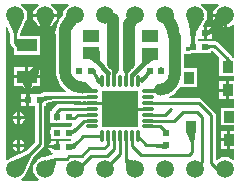
<source format=gtl>
%FSLAX44Y44*%
%MOMM*%
G71*
G01*
G75*
G04 Layer_Physical_Order=1*
G04 Layer_Color=255*
%ADD10C,0.2540*%
%ADD11C,1.0000*%
%ADD12R,1.4000X1.1000*%
%ADD13R,1.7000X1.1000*%
%ADD14R,0.5000X0.6000*%
%ADD15R,0.6000X0.5000*%
%ADD16O,1.1500X0.3000*%
%ADD17O,0.3000X1.1500*%
%ADD18R,3.1500X3.1500*%
%ADD19R,0.9000X1.0000*%
%ADD20R,0.9000X1.1000*%
%ADD21C,0.4000*%
%ADD22C,0.3000*%
%ADD23C,1.5000*%
%ADD24C,0.3000*%
%ADD25C,0.4000*%
%ADD26C,0.5000*%
%ADD27C,0.6000*%
%ADD28C,0.6600*%
G36*
X183463Y106793D02*
X183216Y106196D01*
X183216D01*
X183216Y106196D01*
Y91116D01*
X196033D01*
Y86384D01*
X191526D01*
Y78841D01*
Y71304D01*
X196033D01*
Y64196D01*
X184466D01*
Y49116D01*
X196033D01*
Y44384D01*
X192776D01*
Y36841D01*
Y29304D01*
X196033D01*
Y20322D01*
X194894Y19760D01*
X193211Y21051D01*
X190769Y22063D01*
X188148Y22408D01*
X185527Y22063D01*
X183085Y21051D01*
X181292Y19676D01*
X180152Y20237D01*
Y58162D01*
X179857Y59648D01*
X179015Y60908D01*
X168865Y71059D01*
X167604Y71901D01*
X166118Y72196D01*
X141070D01*
X140761Y73428D01*
X144053Y75188D01*
X147041Y77640D01*
X149494Y80629D01*
X150034Y81640D01*
X150704Y81472D01*
Y81472D01*
X150704Y81472D01*
X164784D01*
Y97552D01*
X153123D01*
Y109707D01*
X154243Y110305D01*
X155246Y109635D01*
X157018Y109283D01*
X158789Y109635D01*
X160291Y110638D01*
X160339Y110710D01*
X176540D01*
Y112057D01*
X177713Y112543D01*
X183463Y106793D01*
D02*
G37*
G36*
X182796Y150830D02*
X180987Y149442D01*
X179378Y147345D01*
X178366Y144903D01*
X178188Y143552D01*
X188150D01*
Y142284D01*
X189418D01*
Y132322D01*
X190769Y132500D01*
X193211Y133512D01*
X194894Y134803D01*
X196033Y134241D01*
Y106196D01*
X194477D01*
X194135Y106854D01*
X194044Y106966D01*
X193994Y107101D01*
X193782Y107330D01*
X193628Y107601D01*
X193514Y107690D01*
X193435Y107809D01*
X181845Y119398D01*
X181653Y119527D01*
X181502Y119703D01*
X181028Y119945D01*
X180585Y120241D01*
X180487Y120260D01*
X180358Y120286D01*
X180152Y120391D01*
X179621Y120432D01*
X179098Y120536D01*
X176540D01*
Y120790D01*
X165846D01*
X164953Y121693D01*
X164961Y122460D01*
X169980D01*
Y127498D01*
Y132540D01*
X169914D01*
X169279Y133640D01*
X170817Y136305D01*
X171518Y137218D01*
X171817Y137942D01*
X171871Y138027D01*
X171988Y138333D01*
X172041Y138426D01*
X172146Y138734D01*
X172529Y139661D01*
X172875Y142282D01*
X172529Y144903D01*
X171518Y147345D01*
X169908Y149442D01*
X167811Y151052D01*
X168006Y152033D01*
X182388D01*
X182796Y150830D01*
D02*
G37*
G36*
X67405Y68446D02*
X67600Y69426D01*
X70319D01*
X71498Y69192D01*
X75750D01*
Y67431D01*
X71498D01*
X70319Y67197D01*
X67590D01*
X67395Y68177D01*
X66589Y67196D01*
X48062D01*
X46575Y66901D01*
X45315Y66058D01*
X42003Y62747D01*
X41868Y62544D01*
X41684Y62385D01*
X41450Y61919D01*
X41161Y61487D01*
X41114Y61248D01*
X41009Y61040D01*
X40210D01*
Y50960D01*
X58558D01*
X58964Y49757D01*
X56848Y48146D01*
X54718D01*
X54184Y48040D01*
X40460D01*
Y45859D01*
X40212Y45488D01*
X39899Y43912D01*
X40212Y42335D01*
X40460Y41965D01*
Y37960D01*
X57513D01*
X57898Y36750D01*
X56895Y36040D01*
X47270D01*
Y30997D01*
X44730D01*
Y36040D01*
X40460D01*
Y34763D01*
X39727Y34273D01*
X38723Y32771D01*
X38624Y32270D01*
X43003D01*
Y29730D01*
X38624D01*
X38723Y29229D01*
X39727Y27727D01*
X40460Y27237D01*
Y25960D01*
X42659D01*
X42840Y24703D01*
X34484Y22242D01*
X33127Y22063D01*
X30684Y21051D01*
X30270Y20733D01*
X30091Y20640D01*
X29990Y20519D01*
X28587Y19442D01*
X26978Y17345D01*
X25966Y14902D01*
X25621Y12282D01*
X25966Y9661D01*
X26978Y7218D01*
X28587Y5121D01*
X30478Y3670D01*
X30070Y2467D01*
X16026D01*
X15617Y3670D01*
X17508Y5121D01*
X18034Y5806D01*
X18050Y5815D01*
X18292Y6143D01*
X19118Y7218D01*
X19661Y8530D01*
X26459Y22899D01*
X33997Y30437D01*
X34839Y31697D01*
X35135Y33184D01*
X35135Y33184D01*
X35135Y33184D01*
Y33184D01*
Y65460D01*
X36790D01*
Y67769D01*
X43338Y69427D01*
X66600D01*
X67405Y68446D01*
D02*
G37*
G36*
X55796Y150830D02*
X53987Y149442D01*
X52378Y147345D01*
X51366Y144903D01*
X51105Y142918D01*
X48744Y140042D01*
X46477Y135800D01*
X45826Y133652D01*
X45735Y133484D01*
X45593Y132887D01*
X45081Y131198D01*
X44610Y126412D01*
X44663D01*
Y96412D01*
X44618D01*
X45058Y91944D01*
X46361Y87648D01*
X48477Y83689D01*
X51325Y80219D01*
X53551Y78392D01*
X53123Y77196D01*
X35312D01*
X34787Y77092D01*
X34255Y77050D01*
X34050Y76945D01*
X33825Y76901D01*
X33381Y76604D01*
X32905Y76361D01*
X31865Y75540D01*
X22520D01*
Y70497D01*
Y65460D01*
X27365D01*
Y60380D01*
Y34793D01*
X20966Y28393D01*
X6597Y21595D01*
X5285Y21051D01*
X4209Y20226D01*
X3882Y19983D01*
X3872Y19968D01*
X3606Y19764D01*
X2467Y20325D01*
Y132331D01*
X3710Y132593D01*
X6463Y126344D01*
Y118722D01*
X6465Y118710D01*
X6463Y118698D01*
X6473Y118652D01*
X6465Y118605D01*
X6532Y118314D01*
X6528Y118016D01*
X6638Y117739D01*
X6679Y117443D01*
X6704Y117402D01*
X6711Y117356D01*
X6746Y117300D01*
X6759Y117235D01*
X6765Y117225D01*
X6768Y117214D01*
X6794Y117174D01*
X6805Y117128D01*
X6978Y116885D01*
X7089Y116608D01*
X7297Y116394D01*
X7448Y116137D01*
X7486Y116108D01*
X7511Y116068D01*
X9210Y114251D01*
Y109210D01*
X31290D01*
Y125290D01*
X17118D01*
X16829Y125346D01*
X16557Y125290D01*
X14931D01*
X14237Y126354D01*
X18897Y136931D01*
X19118Y137218D01*
X20129Y139661D01*
X20245Y140539D01*
X20328Y140912D01*
X20308Y141021D01*
X20475Y142282D01*
X20129Y144903D01*
X19118Y147345D01*
X17508Y149442D01*
X15411Y151052D01*
X15606Y152033D01*
X29988D01*
X30396Y150830D01*
X28587Y149442D01*
X26978Y147345D01*
X25966Y144903D01*
X25788Y143552D01*
X45707D01*
X45529Y144903D01*
X44518Y147345D01*
X42908Y149442D01*
X40811Y151052D01*
X41006Y152033D01*
X55388D01*
X55796Y150830D01*
D02*
G37*
%LPC*%
G36*
X18386Y54230D02*
X14770D01*
Y50614D01*
X15467Y50752D01*
X17134Y51866D01*
X18248Y53534D01*
X18386Y54230D01*
D02*
G37*
G36*
X12230D02*
X8614D01*
X8752Y53534D01*
X9866Y51866D01*
X11533Y50752D01*
X12230Y50614D01*
Y54230D01*
D02*
G37*
G36*
Y60386D02*
X11533Y60248D01*
X9866Y59134D01*
X8752Y57467D01*
X8614Y56770D01*
X12230D01*
Y60386D01*
D02*
G37*
G36*
X19980Y69230D02*
X15710D01*
Y65460D01*
X19980D01*
Y69230D01*
D02*
G37*
G36*
X14770Y60386D02*
Y56770D01*
X18386D01*
X18248Y57467D01*
X17134Y59134D01*
X15467Y60248D01*
X14770Y60386D01*
D02*
G37*
G36*
X14520Y36886D02*
Y33270D01*
X18136D01*
X17998Y33967D01*
X16884Y35634D01*
X15216Y36748D01*
X14520Y36886D01*
D02*
G37*
G36*
X11980D02*
X11284Y36748D01*
X9616Y35634D01*
X8502Y33967D01*
X8364Y33270D01*
X11980D01*
Y36886D01*
D02*
G37*
G36*
X190236Y35574D02*
X184466D01*
Y29304D01*
X190236D01*
Y35574D01*
D02*
G37*
G36*
Y44384D02*
X184466D01*
Y38114D01*
X190236D01*
Y44384D01*
D02*
G37*
G36*
X11980Y30730D02*
X8364D01*
X8502Y30034D01*
X9616Y28366D01*
X11284Y27252D01*
X11980Y27114D01*
Y30730D01*
D02*
G37*
G36*
X18136D02*
X14520D01*
Y27114D01*
X15216Y27252D01*
X16884Y28366D01*
X17998Y30034D01*
X18136Y30730D01*
D02*
G37*
G36*
X176790Y132540D02*
X172520D01*
Y128770D01*
X176790D01*
Y132540D01*
D02*
G37*
G36*
Y126230D02*
X172520D01*
Y122460D01*
X176790D01*
Y126230D01*
D02*
G37*
G36*
X34478Y141012D02*
X25788D01*
X25966Y139661D01*
X26978Y137218D01*
X28587Y135121D01*
X30684Y133512D01*
X33127Y132500D01*
X34478Y132322D01*
Y141012D01*
D02*
G37*
G36*
X186878D02*
X178188D01*
X178366Y139661D01*
X179378Y137218D01*
X180987Y135121D01*
X183085Y133512D01*
X185527Y132500D01*
X186878Y132322D01*
Y141012D01*
D02*
G37*
G36*
X45707D02*
X37018D01*
Y132322D01*
X38369Y132500D01*
X40811Y133512D01*
X42908Y135121D01*
X44518Y137218D01*
X45529Y139661D01*
X45707Y141012D01*
D02*
G37*
G36*
X31290Y98290D02*
X21520D01*
Y91520D01*
X31290D01*
Y98290D01*
D02*
G37*
G36*
X19980Y75540D02*
X15710D01*
Y71770D01*
X19980D01*
Y75540D01*
D02*
G37*
G36*
X188986Y77574D02*
X183216D01*
Y71304D01*
X188986D01*
Y77574D01*
D02*
G37*
G36*
X31290Y88980D02*
X9210D01*
Y82210D01*
X16727D01*
X16741Y82140D01*
X17745Y80638D01*
X19246Y79635D01*
X19748Y79535D01*
Y83914D01*
X22288D01*
Y79535D01*
X22789Y79635D01*
X24291Y80638D01*
X25294Y82140D01*
X25308Y82210D01*
X31290D01*
Y88980D01*
D02*
G37*
G36*
X18980Y98290D02*
X9210D01*
Y91520D01*
X18980D01*
Y98290D01*
D02*
G37*
G36*
X188986Y86384D02*
X183216D01*
Y80114D01*
X188986D01*
Y86384D01*
D02*
G37*
%LPD*%
D10*
X114248Y86812D02*
G03*
X123768Y96332I0J9520D01*
G01*
X131759Y78312D02*
G03*
X135018Y79662I0J4609D01*
G01*
X77578Y93482D02*
G03*
X84248Y86812I6670J0D01*
G01*
X77250Y104500D02*
G03*
X78071Y103679I821J0D01*
G01*
X121000Y103750D02*
G03*
X119423Y102173I0J-1577D01*
G01*
X121000Y103750D02*
G03*
X124750Y107500I0J3750D01*
G01*
X133218Y48312D02*
X136318Y45212D01*
X31250Y69250D02*
X35312Y73312D01*
X31250Y69250D02*
Y70500D01*
Y33184D02*
Y69250D01*
X10348Y12282D02*
X31250Y33184D01*
X21018Y70732D02*
X21250Y70500D01*
X21018Y70732D02*
Y83912D01*
X35312Y73312D02*
X75748D01*
X48062Y63312D02*
X75748D01*
X44750Y60000D02*
X48062Y63312D01*
X44750Y55000D02*
Y60000D01*
X63688Y58392D02*
X68908D01*
X60546Y55250D02*
X63688Y58392D01*
X75748Y68312D02*
X94248D01*
X68988Y53312D02*
X75748D01*
X59938Y44262D02*
X68988Y53312D01*
X121148Y32912D02*
X135500D01*
X157750Y23750D02*
X160462Y26462D01*
X117179Y23750D02*
X157750D01*
X109328Y31602D02*
X117179Y23750D01*
X160462Y26462D02*
Y47564D01*
X162748Y12282D02*
X169000Y18534D01*
Y56000D01*
X164500Y60500D02*
X169000Y56000D01*
X152316Y60500D02*
X164500D01*
X145128Y53312D02*
X152316Y60500D01*
X157922Y88131D02*
Y89474D01*
X137312Y58312D02*
X142000Y63000D01*
X55250Y31000D02*
X59236D01*
X55250Y55250D02*
X60546D01*
X109248Y86812D02*
Y91998D01*
X22980Y87520D02*
X25840D01*
X106518Y96018D02*
Y101412D01*
X104500Y94000D02*
X106518Y96018D01*
X102750Y95750D02*
X104500Y94000D01*
X170288Y116652D02*
X179098D01*
X190688Y105062D01*
Y98872D02*
Y105062D01*
X94248Y93750D02*
X97000Y96502D01*
X93398Y105500D02*
X97000Y101898D01*
X93398Y94600D02*
X94248Y93750D01*
X97000Y96502D02*
Y101898D01*
X93398Y94600D02*
Y101162D01*
X104248Y86812D02*
Y99142D01*
X102750Y95750D02*
Y101000D01*
X70398Y83662D02*
X75748Y78312D01*
X65018Y83662D02*
X70398D01*
X67518Y81162D02*
X70368Y78312D01*
X75748D01*
X122748Y58312D02*
X137312D01*
X109328Y31602D02*
Y39812D01*
X114248D02*
X121148Y32912D01*
X176268Y16977D02*
X184556Y8690D01*
X176268Y16977D02*
Y58162D01*
X166118Y68312D02*
X176268Y58162D01*
X122748Y68312D02*
X166118D01*
X57210Y138344D02*
X61148Y142282D01*
X137348D02*
X137578Y142051D01*
X77578Y93482D02*
Y96500D01*
X10348Y118722D02*
X15428Y113642D01*
X10348Y118722D02*
Y142282D01*
X160288Y139822D02*
X162748Y142282D01*
X68908Y58392D02*
X68988Y58312D01*
X75748D01*
X54718Y44262D02*
X59938D01*
X63388Y12282D02*
X74518Y23412D01*
X61148Y12282D02*
X63388D01*
X74518Y23412D02*
X88558D01*
X85918Y29662D02*
X89248Y32992D01*
X73218Y29662D02*
X85918D01*
X88558Y23412D02*
X94248Y29102D01*
X89248Y32992D02*
Y39812D01*
X94248Y29102D02*
Y39812D01*
Y68312D02*
X99248Y63312D01*
X122748D01*
X99248D02*
X109248Y73312D01*
X122748Y53312D02*
X145128D01*
X34478Y11242D02*
X44328Y21092D01*
X160288Y116652D02*
Y139822D01*
Y116652D02*
X160288Y116652D01*
X190434Y98618D02*
X190688Y98872D01*
X104248Y19982D02*
Y39812D01*
Y19982D02*
X111948Y12282D01*
X99248Y24982D02*
Y39812D01*
X86548Y12282D02*
X99248Y24982D01*
X188148Y12282D02*
Y15052D01*
X122748Y48312D02*
X133218D01*
X53963Y21092D02*
X56463Y23592D01*
X44328Y21092D02*
X53963D01*
X59236Y31000D02*
X68048Y39812D01*
X83938D01*
X56463Y23592D02*
X67148D01*
X73218Y29662D01*
X35018Y141552D02*
X35748Y142282D01*
X35018Y106232D02*
Y141552D01*
X171250Y127500D02*
X173366D01*
X188148Y142282D01*
X15428Y86642D02*
X35018Y106232D01*
X60062Y68312D02*
X75748D01*
X78071Y103679D02*
X79500D01*
X75118Y111692D02*
X79500Y107309D01*
X124750Y107500D02*
Y109500D01*
X160288Y137735D02*
X161250Y127500D01*
X160288Y117273D02*
X161250Y127500D01*
X171750D02*
X180598Y134732D01*
X160462Y34287D02*
X162224Y46473D01*
X155865Y45710D02*
X160462Y34287D01*
X158994Y46512D02*
X160462Y34287D01*
X187221Y100261D02*
X190688Y105062D01*
X193419Y99808D01*
X190256Y99156D02*
X190688Y105062D01*
X74750Y95500D02*
X77578Y96500D01*
X74750Y95500D02*
X77578Y93482D01*
X122492Y91572D02*
X123750Y95250D01*
X44750Y60000D02*
X45250Y56000D01*
X56250D02*
X60546Y55250D01*
X56500Y43000D02*
X59938Y44262D01*
X56500Y43000D02*
X65608Y49931D01*
X56500Y43000D02*
X59938Y44262D01*
X56500Y31000D02*
X59236D01*
X56500D02*
X65874Y37637D01*
X56500Y31000D02*
X59236D01*
X171500Y115750D02*
X179098Y116652D01*
X160288Y125993D02*
X161000Y115750D01*
X161118Y126095D01*
X31750Y70500D02*
X35312Y73312D01*
X31250Y60380D02*
Y70500D01*
X31750D02*
X42854Y73312D01*
X31750Y70500D02*
X35312Y73312D01*
X21018Y80628D02*
X21250Y70500D01*
X127529Y32912D02*
X138000Y32500D01*
X10348Y118722D02*
X15169Y113567D01*
X10348Y118722D02*
X16852Y121461D01*
X10348Y118722D02*
X16702Y115651D01*
X10348Y118722D02*
X17402Y118933D01*
X10348Y118722D02*
X17250Y117250D01*
X21018Y83912D02*
X24381Y89339D01*
X16456Y88379D02*
X21018Y83912D01*
X21940Y90229D01*
X18614Y89826D02*
X21018Y83912D01*
X20250Y90250D02*
X21018Y83912D01*
Y77102D02*
X24458Y89815D01*
X16122Y89328D02*
X21018Y77102D01*
X21940Y90240D01*
X18573Y90043D02*
X21018Y77102D01*
X20250Y90250D02*
X21018Y77102D01*
X20068Y93037D02*
X30331Y101545D01*
X27145Y88600D02*
X30331Y101545D01*
X21878Y91237D02*
X30331Y101545D01*
X24736Y89445D02*
X30331Y101545D01*
X23250Y90250D02*
X30331Y101545D01*
X79500Y103679D02*
X80421Y110952D01*
X73161Y107360D02*
X79500Y103679D01*
X77841Y110820D02*
X79500Y103679D01*
X74832Y109331D02*
X79500Y103679D01*
X76250Y110250D02*
X79500Y103679D01*
X78071D02*
X80476Y110059D01*
X72725Y107912D02*
X78071Y103679D01*
X77922Y110496D02*
X78071Y103679D01*
X74690Y109600D02*
X78071Y103679D01*
X76250Y110250D02*
X78071Y103679D01*
X161250Y127500D02*
X168677Y140368D01*
X156556Y141596D02*
X161250Y127500D01*
X166344Y141457D01*
X159059Y142195D02*
X161250Y127500D01*
X162748Y142282D01*
X160288Y126870D02*
X168580Y140091D01*
X156524Y142016D02*
X160288Y126870D01*
X166297Y141273D01*
X159061Y142428D02*
X160288Y126870D01*
X162748Y142282D01*
X10348Y127162D02*
X16444Y140998D01*
X4252D02*
X10348Y127162D01*
X14010Y141831D01*
X6685D02*
X10348Y127162D01*
Y142282D01*
X35018Y127137D02*
X41776Y140710D01*
X29596Y141297D02*
X35018Y127137D01*
X39385Y141657D01*
X32068Y142009D02*
X35018Y127137D01*
X35748Y142282D01*
X175260Y129394D02*
X191735Y137188D01*
X175260Y129394D02*
X183055Y145869D01*
X175260Y129394D02*
X190480Y139422D01*
X175260Y129394D02*
X185288Y144613D01*
X175260Y129394D02*
X188148Y142282D01*
X104248Y19982D02*
X106467Y9320D01*
X104248Y19982D02*
X114909Y17763D01*
X104248Y19982D02*
X108934Y10152D01*
X104248Y19982D02*
X114077Y15295D01*
X104248Y19982D02*
X111948Y12282D01*
X32531Y17617D02*
X44328Y21092D01*
X41166Y9207D02*
X44328Y21092D01*
X33521Y15223D02*
X44328Y21092D01*
X38748Y10133D02*
X44328Y21092D01*
X35748Y12282D02*
X44328Y21092D01*
X6760Y17375D02*
X23236Y25170D01*
X15441Y8694D02*
X23236Y25170D01*
X8016Y15142D02*
X23236Y25170D01*
X13208Y9950D02*
X23236Y25170D01*
X127529Y32912D02*
X137348Y30652D01*
X135500Y32912D02*
X137348Y30652D01*
X126913Y32912D02*
X137348Y30652D01*
X136318Y45212D02*
X138429Y44000D01*
X21018Y83912D02*
X24458Y89815D01*
X21018Y77102D02*
Y83912D01*
Y77102D02*
Y83912D01*
X16122Y89328D02*
X21018Y83912D01*
X21940Y90240D01*
X21018Y77102D02*
Y83912D01*
Y77102D02*
Y83912D01*
X18573Y90043D02*
X21018Y83912D01*
Y77102D02*
Y83912D01*
X20250Y90250D02*
X21018Y83912D01*
X77578Y93482D02*
X81268Y87162D01*
X157922Y89474D02*
X160462D01*
X157922Y88131D02*
X160462Y89474D01*
X117750Y87250D02*
X123745Y96047D01*
D11*
X57210Y138344D02*
G03*
X52268Y126412I11933J-11933D01*
G01*
Y96412D02*
G03*
X67518Y81162I15250J0D01*
G01*
X145018Y124091D02*
G03*
X137578Y142051I-25400J0D01*
G01*
X133250Y79500D02*
G03*
X145093Y90117I-154J12085D01*
G01*
X93398Y101162D02*
Y139512D01*
X106518Y101412D02*
Y135352D01*
X108138Y136972D01*
X52268Y96412D02*
Y126412D01*
X145518Y92412D02*
Y124091D01*
X52843Y130779D02*
X61148Y142282D01*
X137348D02*
X144152Y130665D01*
D12*
X124750Y109500D02*
D03*
Y124500D02*
D03*
X74750Y110250D02*
D03*
Y125250D02*
D03*
D13*
X20250Y90250D02*
D03*
Y117250D02*
D03*
D14*
X138000Y42500D02*
D03*
Y32500D02*
D03*
D15*
X21250Y70500D02*
D03*
X31250D02*
D03*
X161000Y115750D02*
D03*
X171000D02*
D03*
X46000Y31000D02*
D03*
X56000D02*
D03*
Y43000D02*
D03*
X46000D02*
D03*
X55750Y56000D02*
D03*
X45750D02*
D03*
X124250Y95250D02*
D03*
X134250D02*
D03*
X74250Y95500D02*
D03*
X64250D02*
D03*
X171250Y127500D02*
D03*
X161250D02*
D03*
D16*
X75748Y78312D02*
D03*
Y73312D02*
D03*
Y68312D02*
D03*
Y63312D02*
D03*
Y58312D02*
D03*
Y53312D02*
D03*
Y48312D02*
D03*
X122748D02*
D03*
Y53312D02*
D03*
Y58312D02*
D03*
Y63312D02*
D03*
Y68312D02*
D03*
Y73312D02*
D03*
Y78312D02*
D03*
D17*
X84248Y39812D02*
D03*
X89248D02*
D03*
X94248D02*
D03*
X99248D02*
D03*
X104248D02*
D03*
X109248D02*
D03*
X114248D02*
D03*
Y86812D02*
D03*
X109248D02*
D03*
X104248D02*
D03*
X99248D02*
D03*
X94248D02*
D03*
X89248D02*
D03*
X84248D02*
D03*
D18*
X99248Y63312D02*
D03*
D19*
X190256Y78844D02*
D03*
Y98656D02*
D03*
X191506Y56656D02*
D03*
Y36844D02*
D03*
D20*
X157744Y89512D02*
D03*
X158994Y47512D02*
D03*
D21*
X79500Y103679D02*
X89248Y93932D01*
X109248Y91998D02*
X119423Y102173D01*
Y105077D01*
X79500Y103679D02*
X79667Y111008D01*
X73574Y107994D02*
X79500Y103679D01*
X76250Y110250D02*
X79500Y103679D01*
X119423Y102173D02*
X125939Y107260D01*
X119423Y102173D02*
X119875Y110427D01*
X119423Y102173D02*
X123250Y109500D01*
X119423Y102173D02*
X125939Y107260D01*
X119423Y102173D02*
X119875Y110427D01*
X119423Y102173D02*
X123250Y109500D01*
D22*
X94248Y86812D02*
Y99812D01*
X122748Y78312D02*
X131759D01*
X89248Y86812D02*
Y93932D01*
X79500Y103679D02*
Y107309D01*
Y103679D02*
X80183Y110978D01*
X73285Y107566D02*
X79500Y103679D01*
X76250Y110250D02*
X79500Y103679D01*
D23*
X10348Y12282D02*
D03*
X35748D02*
D03*
X61148D02*
D03*
X86548D02*
D03*
X111948D02*
D03*
X137348D02*
D03*
X162748D02*
D03*
X188148D02*
D03*
Y142282D02*
D03*
X137348D02*
D03*
X111948D02*
D03*
X86548D02*
D03*
X61148D02*
D03*
X35748D02*
D03*
X10348D02*
D03*
X162748D02*
D03*
D24*
X126000Y63250D02*
D03*
X71500Y68250D02*
D03*
X142000Y63000D02*
D03*
X133768Y97662D02*
D03*
X160462Y89474D02*
D03*
X44018Y43912D02*
D03*
X138429Y44000D02*
D03*
D25*
X43000Y31000D02*
D03*
X64250Y95500D02*
D03*
X190256Y78844D02*
D03*
X192974Y36896D02*
D03*
X157018Y113912D02*
D03*
X21018Y83912D02*
D03*
X137348Y30652D02*
D03*
D26*
X117750Y87250D02*
D03*
X81268Y87162D02*
D03*
X13250Y32000D02*
D03*
X13500Y55500D02*
D03*
D27*
X73848Y126692D02*
D03*
X125918Y126692D02*
D03*
D28*
X87248Y75312D02*
D03*
X99248D02*
D03*
X111248D02*
D03*
X87248Y63312D02*
D03*
X99248D02*
D03*
X111248D02*
D03*
X87248Y51312D02*
D03*
X99248D02*
D03*
X111248D02*
D03*
M02*

</source>
